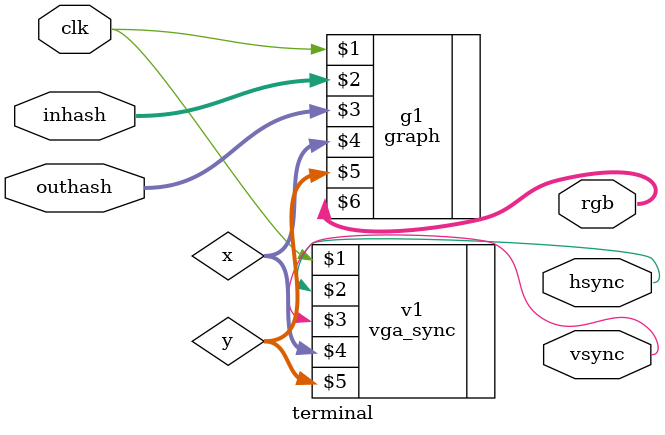
<source format=v>
`timescale 1ns / 1ps
module terminal(
	input wire clk,
	input wire [1023:0] inhash,
	input wire [255:0] outhash,
	output wire hsync, vsync,
	output wire [7:0] rgb

    );
	 
	
//	wire push;
	wire [10:0] x, y;
	
		
	vga_sync v1(clk, hsync, vsync, x, y); // 25MHZ
		
	graph g1(clk, inhash, outhash, x, y, rgb); // 100MHZ / 25MHZ

endmodule

</source>
